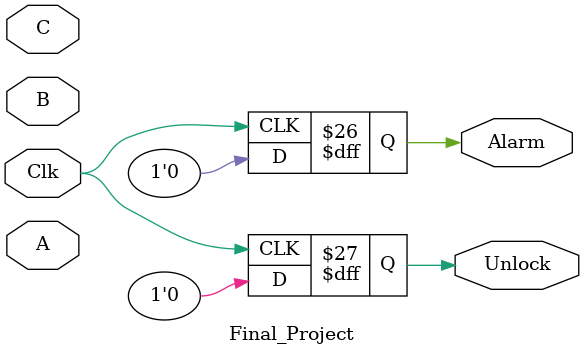
<source format=v>
module Final_Project (Clk, A, B, C, Alarm, Unlock);
	input A, B, C, Clk;
	output Alarm;
	output Unlock;
	reg y;
	
	parameter S0 = 4'b0000, S1 = 4'b0001, S2 = 4'b0010, S3 = 4'b0011, S4 = 4'b0100, S5 = 4'b0101;
	parameter S6 = 4'b0110, S7 = 4'b0111, S8 = 4'b1000, S9 = 4'b1001, S10 = 4'b1010, S11 = 4'b1011;
	parameter S12 = 4'b1100, S13 = 4'b1101;
	
	always@(posedge  Clk)
		case(y)
			S0:
				if(A) y<= S5;
				else if (B) y<= S1;
				else if (C) y <= S5;
				else y <= S0;
			S1:
				if(A) y<= S9;
				else if (B) y<= S6;
				else if (C) y <= S2;
				else y <= S1;
			S2:
				if(A) y<= S3;
				else if (B) y<= S7;
				else if (C) y <= S7;
				else y <= S2;
			S3:
				if(A) y<= S0;
				else if (B) y<= S8;
				else if (C) y <= S4;
				else y <= S3;
			S4:
				if(A) y<= S0;
				else if (B) y<= S0;
				else if (C) y <= S0;
				else y <= S4;
			S5:
				if(A) y<= S10;
				else if (B) y<= S6;
				else if (C) y <= S6;
				else y <= S5;
			S6:
				if(A) y<= S11;
				else if (B) y<= S7;
				else if (C) y <= S7;
				else y <= S6;
			S7:
				if(A) y<= S12;
				else if (B) y<= S8;
				else if (C) y <= S8;
				else y <= S7;
			S8:
				if(A) y<= S8;
				else if (B) y<= S8;
				else if (C) y <= S13;
				else y <= S8;
			S9:
				if(A) y<= S0;
				else if (B) y<= S7;
				else if (C) y <= S7;
				else y <= S9;
			S10:
				if(A) y<= S0;
				else if (B) y<= S7;
				else if (C) y <= S7;
				else y <= S10;
			S11:
				if(A) y<= S0;
				else if (B) y<= S8;
				else if (C) y <= S8;
				else y <= S11;
			S12:
				if(A) y<= S0;
				else if (B) y<= S8;
				else if (C) y <= S8;
				else y <= S12;
			S13:
				if(A) y<= S0;
				else if (B) y<= S8;
				else if (C) y <= S8;
				else y <= S13;
				
		endcase
			
   always @(posedge Clk) begin
       Unlock <= (y == S4);
       Alarm <= (y == S8);
    end
	 
endmodule
</source>
